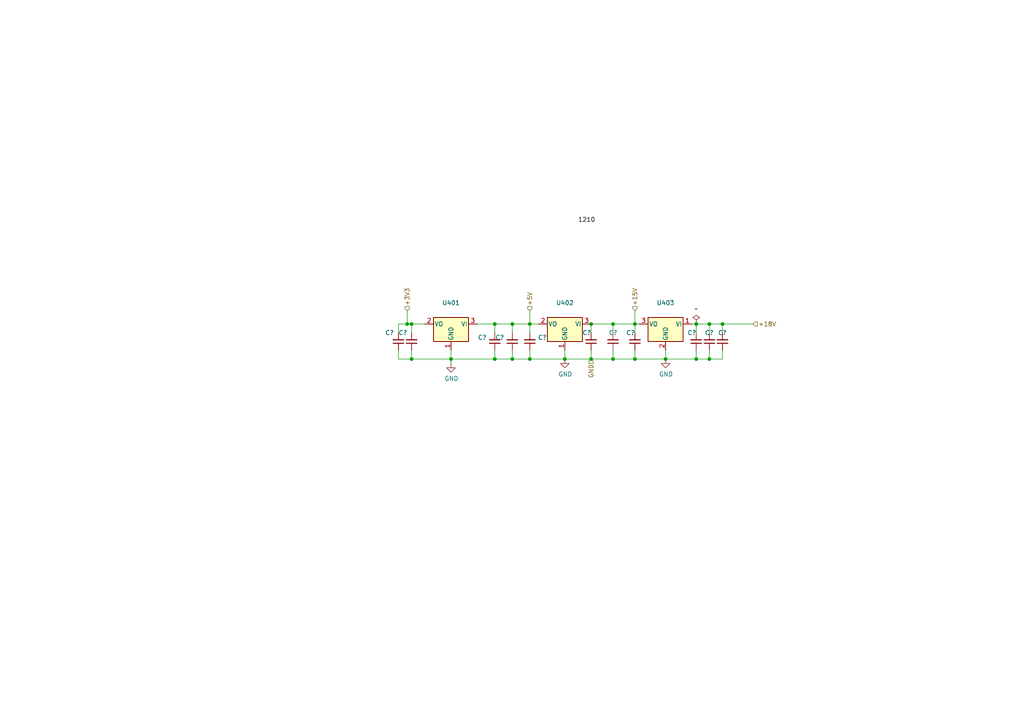
<source format=kicad_sch>
(kicad_sch (version 20211123) (generator eeschema)
  (paper "A4")
  (lib_symbols
    (symbol "Device:C_Small" (pin_numbers hide) (pin_names (offset 0.254) hide)
      (property "Reference" "C" (at 0.254 1.778 0))
      (property "Value" "C_Small" (at 0.254 -2.032 0))
      (symbol "C_Small_0_1"
        (polyline (pts (xy -1.524 -0.508) (xy 1.524 -0.508)) (stroke (width 0.3302)))
        (polyline (pts (xy -1.524 0.508) (xy 1.524 0.508)) (stroke (width 0.3048)))
      )
      (symbol "C_Small_1_1"
        (pin passive line (at 0 2.54 270) (length 2.032) (name "~") (number "1"))
        (pin passive line (at 0 -2.54 90) (length 2.032) (name "~") (number "2"))
      )
    )
    (symbol "Regulator_Linear:AP1117-15" (pin_names (offset 0.254))
      (property "Reference" "U" (at -3.81 3.175 0))
      (property "Value" "AP1117-15" (at 0 3.175 0))
      (symbol "AP1117-15_0_1"
        (rectangle (start -5.08 -5.08) (end 5.08 1.905) (stroke (width 0.254)) (fill (type background)))
      )
      (symbol "AP1117-15_1_1"
        (pin power_in line (at 0 -7.62 90) (length 2.54) (name "GND") (number "1"))
        (pin power_out line (at 7.62 0 180) (length 2.54) (name "VO") (number "2"))
        (pin power_in line (at -7.62 0 0) (length 2.54) (name "VI") (number "3"))
      )
    )
    (symbol "Regulator_Linear:LM7805_TO220" (pin_names (offset 0.254))
      (property "Reference" "U" (at -3.81 3.175 0))
      (property "Value" "LM7805_TO220" (at 0 3.175 0))
      (symbol "LM7805_TO220_0_1"
        (rectangle (start -5.08 1.905) (end 5.08 -5.08) (stroke (width 0.254)) (fill (type background)))
      )
      (symbol "LM7805_TO220_1_1"
        (pin power_in line (at -7.62 0 0) (length 2.54) (name "VI") (number "1"))
        (pin power_in line (at 0 -7.62 90) (length 2.54) (name "GND") (number "2"))
        (pin power_out line (at 7.62 0 180) (length 2.54) (name "VO") (number "3"))
      )
    )
    (symbol "power:GND" (power) (pin_names (offset 0))
      (property "Value" "GND" (at 0 -3.81 0))
      (symbol "GND_0_1"
        (polyline (pts (xy 0 0) (xy 0 -1.27) (xy 1.27 -1.27) (xy 0 -2.54) (xy -1.27 -1.27) (xy 0 -1.27)))
      )
      (symbol "GND_1_1"
        (pin power_in line (at 0 0 270) (length 0) hide (name "GND") (number "1"))
      )
    )
    (symbol "power:PWR_FLAG" (power) (pin_numbers hide) (pin_names (offset 0) hide)
      (property "Value" "PWR_FLAG" (at 0 3.81 0))
      (symbol "PWR_FLAG_0_0"
        (pin power_out line (at 0 0 90) (length 0) (name "pwr") (number "1"))
      )
      (symbol "PWR_FLAG_0_1"
        (polyline (pts (xy 0 0) (xy 0 1.27) (xy -1.016 1.905) (xy 0 2.54) (xy 1.016 1.905) (xy 0 1.27)))
      )
    )
  )
  (junction (at 205.74 104.14))
  (junction (at 143.51 93.98))
  (junction (at 119.38 104.14))
  (junction (at 201.93 104.14))
  (junction (at 153.67 93.98))
  (junction (at 130.81 104.14))
  (junction (at 148.59 93.98))
  (junction (at 205.74 93.98))
  (junction (at 193.04 104.14))
  (junction (at 118.11 93.98))
  (junction (at 177.8 104.14))
  (junction (at 201.93 93.98))
  (junction (at 153.67 104.14))
  (junction (at 143.51 104.14))
  (junction (at 184.15 104.14))
  (junction (at 163.83 104.14))
  (junction (at 184.15 93.98))
  (junction (at 148.59 104.14))
  (junction (at 209.55 93.98))
  (junction (at 171.45 104.14))
  (junction (at 171.45 93.98))
  (junction (at 119.38 93.98))
  (junction (at 177.8 93.98))
  (wire (pts (xy 153.67 96.52) (xy 153.67 93.98)))
  (wire (pts (xy 171.45 93.98) (xy 177.8 93.98)))
  (wire (pts (xy 201.93 104.14) (xy 205.74 104.14)))
  (wire (pts (xy 119.38 96.52) (xy 119.38 93.98)))
  (wire (pts (xy 143.51 101.6) (xy 143.51 104.14)))
  (wire (pts (xy 184.15 101.6) (xy 184.15 104.14)))
  (wire (pts (xy 177.8 104.14) (xy 171.45 104.14)))
  (wire (pts (xy 118.11 90.17) (xy 118.11 93.98)))
  (wire (pts (xy 153.67 90.17) (xy 153.67 93.98)))
  (wire (pts (xy 119.38 93.98) (xy 123.19 93.98)))
  (wire (pts (xy 200.66 93.98) (xy 201.93 93.98)))
  (wire (pts (xy 201.93 93.98) (xy 205.74 93.98)))
  (wire (pts (xy 115.57 104.14) (xy 119.38 104.14)))
  (wire (pts (xy 201.93 96.52) (xy 201.93 93.98)))
  (wire (pts (xy 153.67 104.14) (xy 163.83 104.14)))
  (wire (pts (xy 119.38 104.14) (xy 130.81 104.14)))
  (wire (pts (xy 177.8 104.14) (xy 184.15 104.14)))
  (wire (pts (xy 171.45 96.52) (xy 171.45 93.98)))
  (wire (pts (xy 138.43 93.98) (xy 143.51 93.98)))
  (wire (pts (xy 118.11 93.98) (xy 119.38 93.98)))
  (wire (pts (xy 130.81 105.41) (xy 130.81 104.14)))
  (wire (pts (xy 143.51 93.98) (xy 148.59 93.98)))
  (wire (pts (xy 201.93 101.6) (xy 201.93 104.14)))
  (wire (pts (xy 171.45 104.14) (xy 163.83 104.14)))
  (wire (pts (xy 209.55 101.6) (xy 209.55 104.14)))
  (wire (pts (xy 115.57 93.98) (xy 118.11 93.98)))
  (wire (pts (xy 119.38 104.14) (xy 119.38 101.6)))
  (wire (pts (xy 148.59 93.98) (xy 153.67 93.98)))
  (wire (pts (xy 115.57 96.52) (xy 115.57 93.98)))
  (wire (pts (xy 205.74 104.14) (xy 209.55 104.14)))
  (wire (pts (xy 184.15 90.17) (xy 184.15 93.98)))
  (wire (pts (xy 184.15 93.98) (xy 185.42 93.98)))
  (wire (pts (xy 130.81 104.14) (xy 130.81 101.6)))
  (wire (pts (xy 156.21 93.98) (xy 153.67 93.98)))
  (wire (pts (xy 184.15 104.14) (xy 193.04 104.14)))
  (wire (pts (xy 209.55 93.98) (xy 218.44 93.98)))
  (wire (pts (xy 130.81 104.14) (xy 143.51 104.14)))
  (wire (pts (xy 201.93 104.14) (xy 193.04 104.14)))
  (wire (pts (xy 148.59 104.14) (xy 153.67 104.14)))
  (wire (pts (xy 163.83 101.6) (xy 163.83 104.14)))
  (wire (pts (xy 148.59 96.52) (xy 148.59 93.98)))
  (wire (pts (xy 205.74 96.52) (xy 205.74 93.98)))
  (wire (pts (xy 205.74 93.98) (xy 209.55 93.98)))
  (wire (pts (xy 177.8 101.6) (xy 177.8 104.14)))
  (wire (pts (xy 184.15 96.52) (xy 184.15 93.98)))
  (wire (pts (xy 153.67 101.6) (xy 153.67 104.14)))
  (wire (pts (xy 209.55 96.52) (xy 209.55 93.98)))
  (wire (pts (xy 148.59 101.6) (xy 148.59 104.14)))
  (wire (pts (xy 193.04 104.14) (xy 193.04 101.6)))
  (wire (pts (xy 205.74 104.14) (xy 205.74 101.6)))
  (wire (pts (xy 177.8 96.52) (xy 177.8 93.98)))
  (wire (pts (xy 115.57 101.6) (xy 115.57 104.14)))
  (wire (pts (xy 177.8 93.98) (xy 184.15 93.98)))
  (wire (pts (xy 143.51 104.14) (xy 148.59 104.14)))
  (wire (pts (xy 171.45 101.6) (xy 171.45 104.14)))
  (wire (pts (xy 143.51 96.52) (xy 143.51 93.98)))
  (label "1210" (at 167.64 64.77 0))
  (hierarchical_label "+5V" (shape input) (at 153.67 90.17 90))
  (hierarchical_label "GND" (shape input) (at 171.45 104.14 270))
  (hierarchical_label "+18V" (shape input) (at 218.44 93.98 0))
  (hierarchical_label "+15V" (shape input) (at 184.15 90.17 90))
  (hierarchical_label "+3V3" (shape input) (at 118.11 90.17 90))
  (symbol (lib_id "power:GND") (at 163.83 104.14 0) (unit 1)
    (property "Reference" "#PWR?" (effects hide))
  )
  (symbol (lib_id "power:GND") (at 130.81 105.41 0) (unit 1)
    (property "Reference" "#PWR?" (effects hide))
  )
  (symbol (lib_id "Device:C_Small") (at 119.38 99.06 180) (unit 1)
    (property "Reference" "C?" (at 115.57 96.52 0) (effects (justify right)))
  )
  (symbol (lib_id "Device:C_Small") (at 143.51 99.06 0) (mirror x) (unit 1)
    (property "Reference" "C?" (at 141.1732 97.8916 0) (effects (justify right)))
  )
  (symbol (lib_id "Device:C_Small") (at 171.45 99.06 180) (unit 1)
    (property "Reference" "C?" (at 168.91 96.52 0) (effects (justify right)))
  )
  (symbol (lib_id "Device:C_Small") (at 153.67 99.06 180) (unit 1)
    (property "Reference" "C?" (at 156.0068 97.8916 0) (effects (justify right)))
  )
  (symbol (lib_id "Device:C_Small") (at 148.59 99.06 0) (mirror x) (unit 1)
    (property "Reference" "C?" (at 146.2532 97.8916 0) (effects (justify right)))
  )
  (symbol (lib_id "Device:C_Small") (at 115.57 99.06 0) (mirror x) (unit 1)
    (property "Reference" "C?" (at 114.3 96.52 0) (effects (justify right)))
  )
  (symbol (lib_id "Device:C_Small") (at 205.74 99.06 0) (mirror x) (unit 1)
    (property "Reference" "C?" (at 207.01 96.52 0) (effects (justify right)))
  )
  (symbol (lib_id "Device:C_Small") (at 177.8 99.06 180) (unit 1)
    (property "Reference" "C?" (at 176.53 96.52 0) (effects (justify right)))
  )
  (symbol (lib_id "Device:C_Small") (at 209.55 99.06 0) (mirror x) (unit 1)
    (property "Reference" "C?" (at 210.82 96.52 0) (effects (justify right)))
  )
  (symbol (lib_id "Device:C_Small") (at 184.15 99.06 180) (unit 1)
    (property "Reference" "C?" (at 181.61 96.52 0) (effects (justify right)))
  )
  (symbol (lib_id "Device:C_Small") (at 201.93 99.06 180) (unit 1)
    (property "Reference" "C?" (at 199.39 96.52 0) (effects (justify right)))
  )
  (symbol (lib_id "power:GND") (at 193.04 104.14 0) (unit 1)
    (property "Reference" "#PWR?" (effects hide))
  )
  (symbol (lib_id "power:PWR_FLAG") (at 201.93 93.98 0) (unit 1)
    (property "Reference" "#FLG0101" (effects hide))
  )
  (symbol (lib_id "Regulator_Linear:AP1117-15") (at 163.83 93.98 0) (mirror y) (unit 1)
    (property "Reference" "U402" (at 163.83 87.8332 0))
  )
  (symbol (lib_id "Regulator_Linear:AP1117-15") (at 130.81 93.98 0) (mirror y) (unit 1)
    (property "Reference" "U401" (at 130.81 87.8332 0))
  )
  (symbol (lib_id "Regulator_Linear:LM7805_TO220") (at 193.04 93.98 0) (mirror y) (unit 1)
    (property "Reference" "U403" (at 193.04 87.8332 0))
    (property "Datasheet" "https://www.onsemi.cn/PowerSolutions/document/MC7800-D.PDF" (effects hide))
  )
)
</source>
